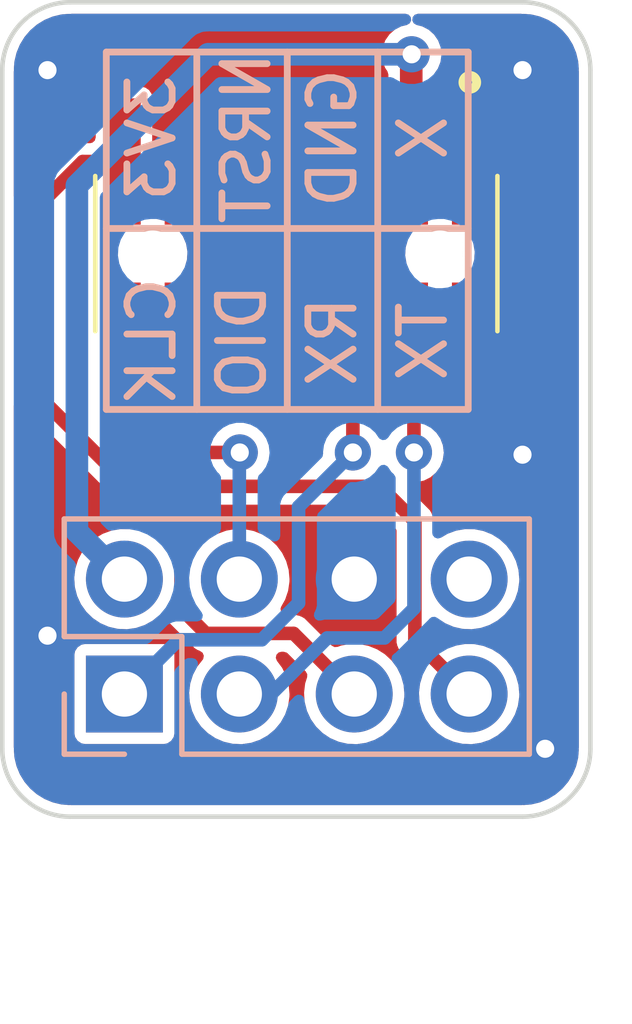
<source format=kicad_pcb>
(kicad_pcb (version 20211014) (generator pcbnew)
  (layers (0 "F.Cu" signal) (31 "B.Cu" signal) (34 "B.Paste" user) (35 "F.Paste" user) (36 "B.SilkS" user "B.Silkscreen") (37 "F.SilkS" user "F.Silkscreen") (38 "B.Mask" user) (39 "F.Mask" user) (44 "Edge.Cuts" user))
  (net 0 "")
  (net 3 "+3V3")
  (net 4 "/SWDIO")
  (net 5 "GND")
  (net 6 "/SWCLK")
  (net 7 "/SWO")
  (net 10 "/NRST")
  (net 11 "/RX")
  (net 12 "/TX")
  (footprint "FTSH-107-01-L-DV-K-A:FTSH-107-XX-YYY-DV-K-A" (layer "F.Cu") (at 143 97.555 180)
    (fp_text reference "J1" hide)
    (fp_text value "Conn_02x07_Odd_Even" hide)
    (fp_line (start -4.445 1.715) (end -4.445 -1.715) (layer "F.SilkS") (width 0.1))
    (fp_line (start 4.445 -1.715) (end 4.445 1.715) (layer "F.SilkS") (width 0.1))
    (fp_circle (center -3.835 3.785) (end -3.835 3.835) (layer "F.SilkS") (width 0.2) (fill none))
    (pad "" np_thru_hole circle locked (at -3.175 0 180) (size 1.02 1.02) (drill 1.02) (layers *.Cu *.Mask))
    (pad "" np_thru_hole circle locked (at 3.175 0 180) (size 1.02 1.02) (drill 1.02) (layers *.Cu *.Mask))
    (pad "1" smd rect locked (at -3.81 2.035 180) (size 0.74 2.79) (layers "F.Cu" "F.Paste" "F.Mask"))
    (pad "2" smd rect locked (at -3.81 -2.035 180) (size 0.74 2.79) (layers "F.Cu" "F.Paste" "F.Mask"))
    (pad "3" smd rect locked (at -2.54 2.035 180) (size 0.74 2.79) (layers "F.Cu" "F.Paste" "F.Mask") (net 3 "+3V3"))
    (pad "4" smd rect locked (at -2.54 -2.035 180) (size 0.74 2.79) (layers "F.Cu" "F.Paste" "F.Mask") (net 4 "/SWDIO"))
    (pad "5" smd rect locked (at -1.27 2.035 180) (size 0.74 2.79) (layers "F.Cu" "F.Paste" "F.Mask") (net 5 "GND"))
    (pad "6" smd rect locked (at -1.27 -2.035 180) (size 0.74 2.79) (layers "F.Cu" "F.Paste" "F.Mask") (net 6 "/SWCLK"))
    (pad "7" smd rect locked (at 0 2.035 180) (size 0.74 2.79) (layers "F.Cu" "F.Paste" "F.Mask") (net 5 "GND"))
    (pad "8" smd rect locked (at 0 -2.035 180) (size 0.74 2.79) (layers "F.Cu" "F.Paste" "F.Mask") (net 7 "/SWO"))
    (pad "9" smd rect locked (at 1.27 2.035 180) (size 0.74 2.79) (layers "F.Cu" "F.Paste" "F.Mask"))
    (pad "10" smd rect locked (at 1.27 -2.035 180) (size 0.74 2.79) (layers "F.Cu" "F.Paste" "F.Mask"))
    (pad "11" smd rect locked (at 2.54 2.035 180) (size 0.74 2.79) (layers "F.Cu" "F.Paste" "F.Mask") (net 5 "GND"))
    (pad "12" smd rect locked (at 2.54 -2.035 180) (size 0.74 2.79) (layers "F.Cu" "F.Paste" "F.Mask") (net 10 "/NRST"))
    (pad "13" smd rect locked (at 3.81 2.035 180) (size 0.74 2.79) (layers "F.Cu" "F.Paste" "F.Mask") (net 11 "/RX"))
    (pad "14" smd rect locked (at 3.81 -2.035 180) (size 0.74 2.79) (layers "F.Cu" "F.Paste" "F.Mask") (net 12 "/TX"))
  )
  (footprint "Connector_PinSocket_2.54mm:PinSocket_2x04_P2.54mm_Vertical" (layer "B.Cu") (at 139.2 107.29 -90)
    (fp_text reference "J2" hide)
    (fp_text value "Conn_02x04_Odd_Even")
    (fp_line (start 0 1.33) (end 1.33 1.33) (layer "B.SilkS") (width 0.12))
    (fp_line (start 1.33 1.33) (end 1.33 0) (layer "B.SilkS") (width 0.12))
    (fp_line (start 1.33 -1.27) (end 1.33 -8.95) (layer "B.SilkS") (width 0.12))
    (fp_line (start -3.87 1.33) (end -3.87 -8.95) (layer "B.SilkS") (width 0.12))
    (fp_line (start -3.87 1.33) (end -1.27 1.33) (layer "B.SilkS") (width 0.12))
    (fp_line (start -1.27 1.33) (end -1.27 -1.27) (layer "B.SilkS") (width 0.12))
    (fp_line (start -3.87 -8.95) (end 1.33 -8.95) (layer "B.SilkS") (width 0.12))
    (fp_line (start -1.27 -1.27) (end 1.33 -1.27) (layer "B.SilkS") (width 0.12))
    (pad "1" thru_hole rect locked (at 0 0 270) (size 1.7 1.7) (drill 1) (layers *.Cu *.Mask) (net 6 "/SWCLK"))
    (pad "2" thru_hole oval locked (at -2.54 0 270) (size 1.7 1.7) (drill 1) (layers *.Cu *.Mask) (net 3 "+3V3"))
    (pad "3" thru_hole oval locked (at 0 -2.54 270) (size 1.7 1.7) (drill 1) (layers *.Cu *.Mask) (net 4 "/SWDIO"))
    (pad "4" thru_hole oval locked (at -2.54 -2.54 270) (size 1.7 1.7) (drill 1) (layers *.Cu *.Mask) (net 10 "/NRST"))
    (pad "5" thru_hole oval locked (at 0 -5.08 270) (size 1.7 1.7) (drill 1) (layers *.Cu *.Mask) (net 11 "/RX"))
    (pad "6" thru_hole oval locked (at -2.54 -5.08 270) (size 1.7 1.7) (drill 1) (layers *.Cu *.Mask) (net 5 "GND"))
    (pad "7" thru_hole oval locked (at 0 -7.62 270) (size 1.7 1.7) (drill 1) (layers *.Cu *.Mask) (net 12 "/TX"))
    (pad "8" thru_hole oval locked (at -2.54 -7.62 270) (size 1.7 1.7) (drill 1) (layers *.Cu *.Mask))
  )
  (gr_line (start 144.8 101) (end 144.8 93.1) (layer "B.SilkS") (width 0.15))
  (gr_line (start 138.8 101) (end 138.8 93.1) (layer "B.SilkS") (width 0.15))
  (gr_line (start 140.8 101) (end 140.8 93.2) (layer "B.SilkS") (width 0.15))
  (gr_line (start 146.8 101) (end 138.8 101) (layer "B.SilkS") (width 0.15))
  (gr_line (start 146.8 93.1) (end 138.8 93.1) (layer "B.SilkS") (width 0.15))
  (gr_line (start 146.8 97) (end 138.8 97) (layer "B.SilkS") (width 0.15))
  (gr_line (start 142.8 93.1) (end 142.8 101) (layer "B.SilkS") (width 0.15))
  (gr_line (start 146.8 101) (end 146.8 93.1) (layer "B.SilkS") (width 0.15))
  (gr_line (start 148 110) (end 138 110) (layer "Edge.Cuts") (width 0.1))
  (gr_arc (start 136.5 93.5) (mid 136.93934 92.43934) (end 138 92) (layer "Edge.Cuts") (width 0.1))
  (gr_line (start 138 92) (end 148 92) (layer "Edge.Cuts") (width 0.1))
  (gr_line (start 136.5 108.5) (end 136.5 93.5) (layer "Edge.Cuts") (width 0.1))
  (gr_line (start 149.5 93.5) (end 149.5 108.5) (layer "Edge.Cuts") (width 0.1))
  (gr_arc (start 148 92) (mid 149.06066 92.43934) (end 149.5 93.5) (layer "Edge.Cuts") (width 0.1))
  (gr_arc (start 138 110) (mid 136.93934 109.56066) (end 136.5 108.5) (layer "Edge.Cuts") (width 0.1))
  (gr_arc (start 149.5 108.5) (mid 149.06066 109.56066) (end 148 110) (layer "Edge.Cuts") (width 0.1))
  (gr_text "NRST" (at 141.9 95 90) (layer "B.SilkS") (effects (font (size 1 1)) (justify mirror)))
  (gr_text "DIO" (at 141.8 99.5 90) (layer "B.SilkS") (effects (font (size 1 1)) (justify mirror)))
  (gr_text "TX" (at 145.8 99.5 90) (layer "B.SilkS") (effects (font (size 1 1)) (justify mirror)))
  (gr_text "CLK" (at 139.8 99.5 90) (layer "B.SilkS") (effects (font (size 1 1)) (justify mirror)))
  (gr_text "X" (at 145.8 95 90) (layer "B.SilkS") (effects (font (size 1 1)) (justify mirror)))
  (gr_text "GND" (at 143.8 95 90) (layer "B.SilkS") (effects (font (size 1 1)) (justify mirror)))
  (gr_text "RX" (at 143.8 99.500001 90) (layer "B.SilkS") (effects (font (size 1 1)) (justify mirror)))
  (gr_text "3V3" (at 139.8 95 90) (layer "B.SilkS") (effects (font (size 1 1)) (justify mirror)))
  (segment (start 145.54 95.52) (end 145.54 93.16) (width 0.5) (layer "F.Cu") (net 3))
  (segment (start 145.54 93.16) (end 145.55 93.15) (width 0.5) (layer "F.Cu") (net 3))
  (via (at 145.55 93.15) (size 0.8) (drill 0.4) (layers "F.Cu" "B.Cu") (net 3))
  (segment (start 138.15 96.05) (end 138.15 103.7) (width 0.5) (layer "B.Cu") (net 3))
  (segment (start 138.15 103.7) (end 139.2 104.75) (width 0.5) (layer "B.Cu") (net 3))
  (segment (start 141.05 93.15) (end 138.15 96.05) (width 0.5) (layer "B.Cu") (net 3))
  (segment (start 145.55 93.15) (end 141.05 93.15) (width 0.5) (layer "B.Cu") (net 3))
  (segment (start 145.6 99.65) (end 145.54 99.59) (width 0.3) (layer "F.Cu") (net 4))
  (segment (start 145.6 101.95) (end 145.6 99.65) (width 0.3) (layer "F.Cu") (net 4))
  (via (at 145.6 101.95) (size 0.8) (drill 0.4) (layers "F.Cu" "B.Cu") (net 4))
  (segment (start 144.95 106.05) (end 143.682656 106.05) (width 0.3) (layer "B.Cu") (net 4))
  (segment (start 145.6 105.4) (end 144.95 106.05) (width 0.3) (layer "B.Cu") (net 4))
  (segment (start 143.682656 106.05) (end 142.442656 107.29) (width 0.3) (layer "B.Cu") (net 4))
  (segment (start 145.6 101.95) (end 145.6 105.4) (width 0.3) (layer "B.Cu") (net 4))
  (segment (start 142.442656 107.29) (end 141.74 107.29) (width 0.3) (layer "B.Cu") (net 4))
  (via (at 148 93.5) (size 0.8) (drill 0.4) (layers "F.Cu" "B.Cu") (net 5))
  (via (at 137.5 106) (size 0.8) (drill 0.4) (layers "F.Cu" "B.Cu") (net 5))
  (via (at 137.5 93.5) (size 0.8) (drill 0.4) (layers "F.Cu" "B.Cu") (net 5))
  (via (at 148.5 108.5) (size 0.8) (drill 0.4) (layers "F.Cu" "B.Cu") (net 5))
  (via (at 148 102) (size 0.8) (drill 0.4) (layers "F.Cu" "B.Cu") (net 5))
  (segment (start 144.25 101.9505) (end 144.25 99.61) (width 0.3) (layer "F.Cu") (net 6))
  (segment (start 144.25 99.61) (end 144.27 99.59) (width 0.3) (layer "F.Cu") (net 6))
  (via (at 144.25 101.9505) (size 0.8) (drill 0.4) (layers "F.Cu" "B.Cu") (net 6))
  (segment (start 143.05 103.1505) (end 143.05 105.277344) (width 0.3) (layer "B.Cu") (net 6))
  (segment (start 144.25 101.9505) (end 143.05 103.1505) (width 0.3) (layer "B.Cu") (net 6))
  (segment (start 142.236855 106.090489) (end 140.399511 106.090489) (width 0.3) (layer "B.Cu") (net 6))
  (segment (start 143.05 105.277344) (end 142.236855 106.090489) (width 0.3) (layer "B.Cu") (net 6))
  (segment (start 140.399511 106.090489) (end 139.2 107.29) (width 0.3) (layer "B.Cu") (net 6))
  (segment (start 141.75 101.9505) (end 140.8505 101.9505) (width 0.3) (layer "F.Cu") (net 10))
  (segment (start 140.46 101.56) (end 140.46 99.59) (width 0.3) (layer "F.Cu") (net 10))
  (segment (start 140.8505 101.9505) (end 140.46 101.56) (width 0.3) (layer "F.Cu") (net 10))
  (via (at 141.75 101.9505) (size 0.8) (drill 0.4) (layers "F.Cu" "B.Cu") (net 10))
  (segment (start 141.75 101.9505) (end 141.74 101.9605) (width 0.3) (layer "B.Cu") (net 10))
  (segment (start 141.74 101.9605) (end 141.74 104.75) (width 0.3) (layer "B.Cu") (net 10))
  (segment (start 142.94 105.95) (end 141 105.95) (width 0.3) (layer "F.Cu") (net 11))
  (segment (start 140.45 103.85) (end 137.4 100.8) (width 0.3) (layer "F.Cu") (net 11))
  (segment (start 140.45 105.4) (end 140.45 103.85) (width 0.3) (layer "F.Cu") (net 11))
  (segment (start 138.28 95.52) (end 139.19 95.52) (width 0.3) (layer "F.Cu") (net 11))
  (segment (start 137.4 100.8) (end 137.4 96.4) (width 0.3) (layer "F.Cu") (net 11))
  (segment (start 137.4 96.4) (end 138.28 95.52) (width 0.3) (layer "F.Cu") (net 11))
  (segment (start 141 105.95) (end 140.45 105.4) (width 0.3) (layer "F.Cu") (net 11))
  (segment (start 144.28 107.29) (end 142.94 105.95) (width 0.3) (layer "F.Cu") (net 11))
  (segment (start 140.25 102.7) (end 144.85 102.7) (width 0.3) (layer "F.Cu") (net 12))
  (segment (start 139.19 101.64) (end 140.25 102.7) (width 0.3) (layer "F.Cu") (net 12))
  (segment (start 145.620489 106.090489) (end 146.82 107.29) (width 0.3) (layer "F.Cu") (net 12))
  (segment (start 145.620489 103.470489) (end 145.620489 106.090489) (width 0.3) (layer "F.Cu") (net 12))
  (segment (start 144.85 102.7) (end 145.620489 103.470489) (width 0.3) (layer "F.Cu") (net 12))
  (segment (start 139.19 99.59) (end 139.19 101.64) (width 0.3) (layer "F.Cu") (net 12))
  (zone (net 5) (net_name "GND") (layers F&B.Cu) (connect_pads yes (clearance 0.254)) (min_thickness 0.254) (fill yes (thermal_gap 0.254) (thermal_bridge_width 0.254))
    (polygon (pts (xy 149.5 110) (xy 136.5 110) (xy 136.5 92) (xy 149.5 92)))
  )
)
</source>
